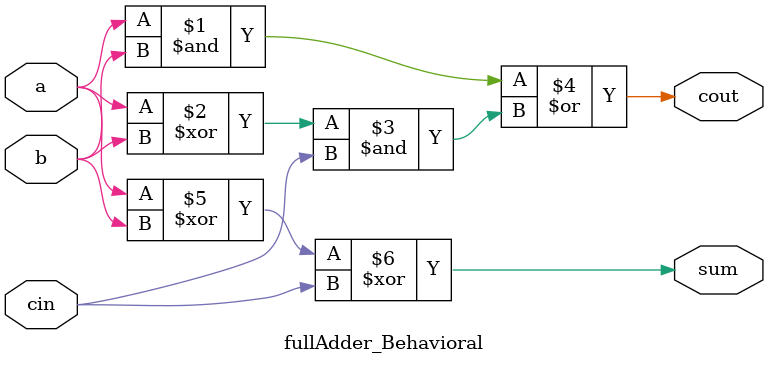
<source format=sv>
`timescale 1ns / 1ps


module fullAdder_Behavioral(
    input logic a, b, cin,
    output logic sum, cout);
    
    assign cout = a & b | (a ^ b) & cin;
    assign sum = a ^ b ^ cin;
endmodule

</source>
